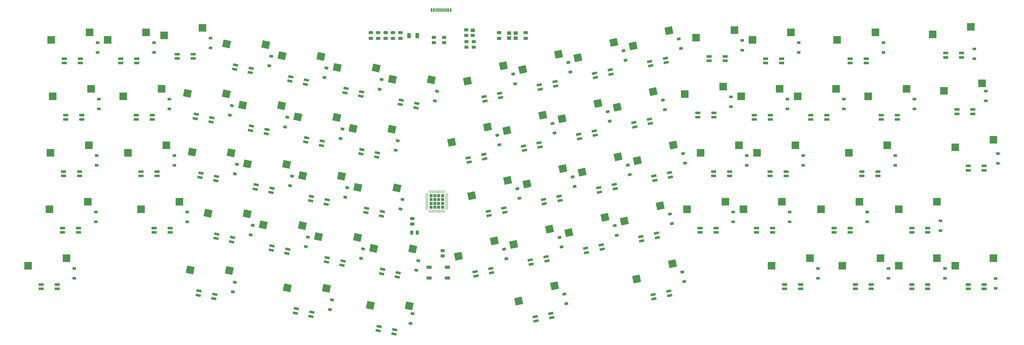
<source format=gbp>
G04 #@! TF.GenerationSoftware,KiCad,Pcbnew,(6.0.1)*
G04 #@! TF.CreationDate,2022-05-09T18:46:19+09:00*
G04 #@! TF.ProjectId,Skeleton68,536b656c-6574-46f6-9e36-382e6b696361,rev?*
G04 #@! TF.SameCoordinates,Original*
G04 #@! TF.FileFunction,Paste,Bot*
G04 #@! TF.FilePolarity,Positive*
%FSLAX46Y46*%
G04 Gerber Fmt 4.6, Leading zero omitted, Abs format (unit mm)*
G04 Created by KiCad (PCBNEW (6.0.1)) date 2022-05-09 18:46:19*
%MOMM*%
%LPD*%
G01*
G04 APERTURE LIST*
G04 Aperture macros list*
%AMRoundRect*
0 Rectangle with rounded corners*
0 $1 Rounding radius*
0 $2 $3 $4 $5 $6 $7 $8 $9 X,Y pos of 4 corners*
0 Add a 4 corners polygon primitive as box body*
4,1,4,$2,$3,$4,$5,$6,$7,$8,$9,$2,$3,0*
0 Add four circle primitives for the rounded corners*
1,1,$1+$1,$2,$3*
1,1,$1+$1,$4,$5*
1,1,$1+$1,$6,$7*
1,1,$1+$1,$8,$9*
0 Add four rect primitives between the rounded corners*
20,1,$1+$1,$2,$3,$4,$5,0*
20,1,$1+$1,$4,$5,$6,$7,0*
20,1,$1+$1,$6,$7,$8,$9,0*
20,1,$1+$1,$8,$9,$2,$3,0*%
%AMRotRect*
0 Rectangle, with rotation*
0 The origin of the aperture is its center*
0 $1 length*
0 $2 width*
0 $3 Rotation angle, in degrees counterclockwise*
0 Add horizontal line*
21,1,$1,$2,0,0,$3*%
G04 Aperture macros list end*
%ADD10R,2.550000X2.500000*%
%ADD11RotRect,2.550000X2.500000X192.000000*%
%ADD12RotRect,2.550000X2.500000X168.000000*%
%ADD13RotRect,0.900000X1.200000X102.000000*%
%ADD14R,1.700000X0.820000*%
%ADD15R,1.200000X0.900000*%
%ADD16RotRect,1.700000X0.820000X168.000000*%
%ADD17RoundRect,0.250000X-0.275000X-0.275000X0.275000X-0.275000X0.275000X0.275000X-0.275000X0.275000X0*%
%ADD18RoundRect,0.062500X-0.475000X-0.062500X0.475000X-0.062500X0.475000X0.062500X-0.475000X0.062500X0*%
%ADD19RoundRect,0.062500X-0.062500X-0.475000X0.062500X-0.475000X0.062500X0.475000X-0.062500X0.475000X0*%
%ADD20RotRect,0.900000X1.200000X78.000000*%
%ADD21RoundRect,0.250000X-0.475000X0.250000X-0.475000X-0.250000X0.475000X-0.250000X0.475000X0.250000X0*%
%ADD22RoundRect,0.250000X0.450000X-0.262500X0.450000X0.262500X-0.450000X0.262500X-0.450000X-0.262500X0*%
%ADD23RoundRect,0.250000X-0.450000X0.262500X-0.450000X-0.262500X0.450000X-0.262500X0.450000X0.262500X0*%
%ADD24RotRect,1.700000X0.820000X192.000000*%
%ADD25RotRect,1.700000X0.820000X12.000000*%
%ADD26RotRect,1.700000X0.820000X348.000000*%
%ADD27R,1.400000X1.200000*%
%ADD28RoundRect,0.250000X0.375000X0.625000X-0.375000X0.625000X-0.375000X-0.625000X0.375000X-0.625000X0*%
%ADD29R,1.400000X1.000000*%
%ADD30RoundRect,0.250000X0.262500X0.450000X-0.262500X0.450000X-0.262500X-0.450000X0.262500X-0.450000X0*%
%ADD31R,1.800000X1.100000*%
%ADD32R,0.600000X1.160000*%
%ADD33R,0.300000X1.160000*%
%ADD34RoundRect,0.250000X0.475000X-0.250000X0.475000X0.250000X-0.475000X0.250000X-0.475000X-0.250000X0*%
G04 APERTURE END LIST*
D10*
X331433500Y-92710000D03*
X344360500Y-90170000D03*
X312383500Y-92710000D03*
X325310500Y-90170000D03*
X293333500Y-92710000D03*
X306260500Y-90170000D03*
X269521500Y-92710000D03*
X282448500Y-90170000D03*
D11*
X223897929Y-97145159D03*
X236014347Y-91972990D03*
X184102929Y-104630059D03*
X196219347Y-99457890D03*
D12*
X134063720Y-106060651D03*
X147236330Y-106263830D03*
X106113120Y-100119551D03*
X119285730Y-100322730D03*
X73306620Y-94120051D03*
X86479230Y-94323230D03*
D10*
X18633000Y-92710000D03*
X31560000Y-90170000D03*
X312383500Y-73660000D03*
X325310500Y-71120000D03*
X259996000Y-73660000D03*
X272923000Y-71120000D03*
X240946000Y-73660000D03*
X253873000Y-71120000D03*
D11*
X219738629Y-77579859D03*
X231855047Y-72407690D03*
X201104929Y-81540659D03*
X213221347Y-76368490D03*
X182471229Y-85501359D03*
X194587647Y-80329190D03*
X163837529Y-89462059D03*
X175953947Y-84289890D03*
D12*
X135229420Y-86832751D03*
X148402030Y-87035930D03*
X116595720Y-82872051D03*
X129768330Y-83075230D03*
X97961920Y-78911351D03*
X111134530Y-79114530D03*
X79328220Y-74950651D03*
X92500830Y-75153830D03*
D10*
X56732500Y-73660000D03*
X69659500Y-71120000D03*
X331433500Y-52705000D03*
X344360500Y-50165000D03*
X264568000Y-54610000D03*
X277495000Y-52070000D03*
X245518000Y-54610000D03*
X258445000Y-52070000D03*
D11*
X224163129Y-57163859D03*
X236279547Y-51991690D03*
X205529429Y-61124559D03*
X217645847Y-55952390D03*
X186895629Y-65085259D03*
X199012047Y-59913090D03*
X168261929Y-69046059D03*
X180378347Y-63873890D03*
D12*
X129873220Y-66218751D03*
X143045830Y-66421930D03*
X111217920Y-62242451D03*
X124390530Y-62445630D03*
X92605820Y-58297251D03*
X105778430Y-58500430D03*
X73972120Y-54336551D03*
X87144730Y-54539730D03*
D10*
X52351000Y-54610000D03*
X65278000Y-52070000D03*
X327623500Y-33655000D03*
X340550500Y-31115000D03*
X302097000Y-35560000D03*
X315024000Y-33020000D03*
X278284000Y-35560000D03*
X291211000Y-33020000D03*
X259234000Y-35560000D03*
X272161000Y-33020000D03*
X240184000Y-34798000D03*
X253111000Y-32258000D03*
D11*
X217407329Y-39124259D03*
X229523747Y-33952090D03*
X198773629Y-43084959D03*
X210890047Y-37912790D03*
X180139929Y-47045659D03*
X192256347Y-41873490D03*
X161506229Y-51006459D03*
X173622647Y-45834290D03*
D12*
X128243820Y-46396751D03*
X141416430Y-46599930D03*
X109610120Y-42436051D03*
X122782730Y-42639230D03*
X90976420Y-38475351D03*
X104149030Y-38678530D03*
X72342720Y-34514651D03*
X85515330Y-34717830D03*
D10*
X50731800Y-35560000D03*
X63658800Y-33020000D03*
X26919800Y-35560000D03*
X39846800Y-33020000D03*
X336740500Y-12065000D03*
X323813500Y-14605000D03*
X263044000Y-16510000D03*
X275971000Y-13970000D03*
X243994000Y-15748000D03*
X256921000Y-13208000D03*
D11*
X222763429Y-18510159D03*
X234879847Y-13337990D03*
X204129729Y-22470859D03*
X216246147Y-17298690D03*
X185496029Y-26431659D03*
X197612447Y-21259490D03*
X166862329Y-30392359D03*
X178978747Y-25220190D03*
D12*
X141521420Y-29743451D03*
X154694030Y-29946630D03*
X122887720Y-25782751D03*
X136060330Y-25985930D03*
X104254020Y-21822051D03*
X117426630Y-22025230D03*
X98792930Y-18064430D03*
X85620320Y-17861251D03*
D10*
X64543000Y-14986000D03*
X77470000Y-12446000D03*
X45493000Y-16510000D03*
X58420000Y-13970000D03*
X26443000Y-16510000D03*
X39370000Y-13970000D03*
X286190000Y-73660000D03*
X299117000Y-71120000D03*
X25850600Y-73660000D03*
X38777600Y-71120000D03*
X295598600Y-54610000D03*
X308525600Y-52070000D03*
X26157500Y-54610000D03*
X39084500Y-52070000D03*
X291619000Y-16510000D03*
X304546000Y-13970000D03*
D13*
X184377554Y-69904144D03*
X183691446Y-66676256D03*
D14*
X264381000Y-79950000D03*
X264381000Y-81450000D03*
X269781000Y-81450000D03*
X269781000Y-79950000D03*
D15*
X42028000Y-20700000D03*
X42028000Y-17400000D03*
D14*
X62136000Y-62400000D03*
X62136000Y-60900000D03*
X56736000Y-60900000D03*
X56736000Y-62400000D03*
D15*
X345080000Y-100270000D03*
X345080000Y-96970000D03*
D14*
X282669000Y-41850000D03*
X282669000Y-43350000D03*
X288069000Y-43350000D03*
X288069000Y-41850000D03*
D13*
X203011254Y-65943444D03*
X202325146Y-62715556D03*
X233522854Y-39982344D03*
X232836746Y-36754456D03*
D16*
X119577135Y-89936328D03*
X119265268Y-91403549D03*
X124547265Y-92526272D03*
X124859132Y-91059051D03*
D17*
X154550000Y-72950000D03*
X155850000Y-71650000D03*
X154550000Y-69050000D03*
X158450000Y-72950000D03*
X158450000Y-70350000D03*
X158450000Y-69050000D03*
X157150000Y-69050000D03*
X155850000Y-70350000D03*
X154550000Y-71650000D03*
X155850000Y-72950000D03*
X157150000Y-72950000D03*
X155850000Y-69050000D03*
X157150000Y-71650000D03*
X157150000Y-70350000D03*
X158450000Y-71650000D03*
X154550000Y-70350000D03*
D18*
X153162500Y-73500000D03*
X153162500Y-73000000D03*
X153162500Y-72500000D03*
X153162500Y-72000000D03*
X153162500Y-71500000D03*
X153162500Y-71000000D03*
X153162500Y-70500000D03*
X153162500Y-70000000D03*
X153162500Y-69500000D03*
X153162500Y-69000000D03*
X153162500Y-68500000D03*
D19*
X154000000Y-67662500D03*
X154500000Y-67662500D03*
X155000000Y-67662500D03*
X155500000Y-67662500D03*
X156000000Y-67662500D03*
X156500000Y-67662500D03*
X157000000Y-67662500D03*
X157500000Y-67662500D03*
X158000000Y-67662500D03*
X158500000Y-67662500D03*
X159000000Y-67662500D03*
D18*
X159837500Y-68500000D03*
X159837500Y-69000000D03*
X159837500Y-69500000D03*
X159837500Y-70000000D03*
X159837500Y-70500000D03*
X159837500Y-71000000D03*
X159837500Y-71500000D03*
X159837500Y-72000000D03*
X159837500Y-72500000D03*
X159837500Y-73000000D03*
X159837500Y-73500000D03*
D19*
X159000000Y-74337500D03*
X158500000Y-74337500D03*
X158000000Y-74337500D03*
X157500000Y-74337500D03*
X157000000Y-74337500D03*
X156500000Y-74337500D03*
X156000000Y-74337500D03*
X155500000Y-74337500D03*
X155000000Y-74337500D03*
X154500000Y-74337500D03*
X154000000Y-74337500D03*
D20*
X99993546Y-25200044D03*
X100679654Y-21972156D03*
D14*
X290575000Y-79950000D03*
X290575000Y-81450000D03*
X295975000Y-81450000D03*
X295975000Y-79950000D03*
D13*
X201611654Y-27289744D03*
X200925546Y-24061856D03*
D16*
X112591535Y-49500328D03*
X112279668Y-50967549D03*
X117561665Y-52090272D03*
X117873532Y-50623051D03*
D20*
X137260946Y-33121444D03*
X137947054Y-29893556D03*
D16*
X100943335Y-85975628D03*
X100631468Y-87442849D03*
X105913465Y-88565572D03*
X106225332Y-87098351D03*
D15*
X307204000Y-20700000D03*
X307204000Y-17400000D03*
D21*
X177500000Y-14050000D03*
X177500000Y-15950000D03*
D22*
X158500000Y-89412500D03*
X158500000Y-87587500D03*
D15*
X67936000Y-58800000D03*
X67936000Y-55500000D03*
D23*
X155500000Y-15587500D03*
X155500000Y-17412500D03*
D20*
X87679846Y-101458844D03*
X88365954Y-98230956D03*
X88345346Y-61675344D03*
X89031454Y-58447456D03*
D24*
X167103168Y-56247251D03*
X167415035Y-57714472D03*
X172697032Y-56591749D03*
X172385165Y-55124528D03*
X188068168Y-90742151D03*
X188380035Y-92209372D03*
X193662032Y-91086649D03*
X193350165Y-89619428D03*
D14*
X341218500Y-60495000D03*
X341218500Y-58995000D03*
X335818500Y-58995000D03*
X335818500Y-60495000D03*
X30235600Y-79950000D03*
X30235600Y-81450000D03*
X35635600Y-81450000D03*
X35635600Y-79950000D03*
X35942500Y-62400000D03*
X35942500Y-60900000D03*
X30542500Y-60900000D03*
X30542500Y-62400000D03*
D25*
X215320532Y-28056249D03*
X215008665Y-26589028D03*
X209726668Y-27711751D03*
X210038535Y-29178972D03*
D15*
X345870000Y-58150000D03*
X345870000Y-54850000D03*
D14*
X305383600Y-62400000D03*
X305383600Y-60900000D03*
X299983600Y-60900000D03*
X299983600Y-62400000D03*
X61117500Y-79950000D03*
X61117500Y-81450000D03*
X66517500Y-81450000D03*
X66517500Y-79950000D03*
D13*
X235854254Y-78438044D03*
X235168146Y-75210156D03*
X177621754Y-51864544D03*
X176935646Y-48636656D03*
D14*
X28418000Y-100500000D03*
X28418000Y-99000000D03*
X23018000Y-99000000D03*
X23018000Y-100500000D03*
D13*
X198586754Y-86359444D03*
X197900646Y-83131556D03*
D14*
X333598500Y-22395000D03*
X333598500Y-20895000D03*
X328198500Y-20895000D03*
X328198500Y-22395000D03*
D15*
X275581000Y-77850000D03*
X275581000Y-74550000D03*
X280153000Y-58800000D03*
X280153000Y-55500000D03*
X327968500Y-96900000D03*
X327968500Y-93600000D03*
D26*
X119191065Y-71912172D03*
X119502932Y-70444951D03*
X114220935Y-69322228D03*
X113909068Y-70789449D03*
D25*
X235353932Y-62749249D03*
X235042065Y-61282028D03*
X229760068Y-62404751D03*
X230071935Y-63871972D03*
X216720232Y-66709949D03*
X216408365Y-65242728D03*
X211126368Y-66365451D03*
X211438235Y-67832672D03*
D20*
X106979146Y-65636044D03*
X107665254Y-62408156D03*
X155894746Y-37082144D03*
X156580854Y-33854256D03*
D15*
X41435600Y-77850000D03*
X41435600Y-74550000D03*
D26*
X81258165Y-103774272D03*
X81570032Y-102307051D03*
X76288035Y-101184328D03*
X75976168Y-102651549D03*
D15*
X80128000Y-19176000D03*
X80128000Y-15876000D03*
D27*
X183100000Y-15850000D03*
X180900000Y-15850000D03*
X180900000Y-14150000D03*
X183100000Y-14150000D03*
D20*
X93701546Y-82289344D03*
X94387654Y-79061456D03*
D14*
X341218500Y-100500000D03*
X341218500Y-99000000D03*
X335818500Y-99000000D03*
X335818500Y-100500000D03*
D28*
X149900000Y-15000000D03*
X147100000Y-15000000D03*
D24*
X169434468Y-94702951D03*
X169746335Y-96170172D03*
X175028332Y-95047449D03*
X174716465Y-93580228D03*
D14*
X279306500Y-100500000D03*
X279306500Y-99000000D03*
X273906500Y-99000000D03*
X273906500Y-100500000D03*
D27*
X168600000Y-13230000D03*
D29*
X168600000Y-14950000D03*
X166400000Y-14950000D03*
X166400000Y-13050000D03*
D14*
X272829000Y-24300000D03*
X272829000Y-22800000D03*
X267429000Y-22800000D03*
X267429000Y-24300000D03*
D24*
X206701868Y-86781451D03*
X207013735Y-88248672D03*
X212295732Y-87125949D03*
X211983865Y-85658728D03*
D25*
X196686832Y-32016949D03*
X196374965Y-30549728D03*
X191092968Y-31672451D03*
X191404835Y-33139672D03*
D14*
X301404000Y-24300000D03*
X301404000Y-22800000D03*
X296004000Y-22800000D03*
X296004000Y-24300000D03*
D24*
X225335568Y-82820751D03*
X225647435Y-84287972D03*
X230929432Y-83165249D03*
X230617565Y-81698028D03*
D30*
X149912500Y-81500000D03*
X148087500Y-81500000D03*
D15*
X274819000Y-39750000D03*
X274819000Y-36450000D03*
D26*
X112205565Y-31476172D03*
X112517432Y-30008951D03*
X107235435Y-28886228D03*
X106923568Y-30353449D03*
D21*
X134250000Y-14050000D03*
X134250000Y-15950000D03*
D15*
X337910000Y-22820000D03*
X337910000Y-19520000D03*
D31*
X153900000Y-93150000D03*
X160100000Y-93150000D03*
X153900000Y-96850000D03*
X160100000Y-96850000D03*
D21*
X148200000Y-76750000D03*
X148200000Y-78650000D03*
D15*
X326480000Y-80820000D03*
X326480000Y-77520000D03*
D14*
X306482000Y-41850000D03*
X306482000Y-43350000D03*
X311882000Y-43350000D03*
X311882000Y-41850000D03*
D25*
X195293732Y-110215449D03*
X194981865Y-108748228D03*
X189699868Y-109870951D03*
X190011735Y-111338172D03*
D14*
X263619000Y-41850000D03*
X263619000Y-43350000D03*
X269019000Y-43350000D03*
X269019000Y-41850000D03*
D20*
X105349746Y-45814144D03*
X106035854Y-42586256D03*
D13*
X196255454Y-47903844D03*
X195569346Y-44675956D03*
D26*
X137824765Y-75872872D03*
X138136632Y-74405651D03*
X132854635Y-73282928D03*
X132542768Y-74750149D03*
D15*
X341790000Y-37010000D03*
X341790000Y-33710000D03*
X311183600Y-58800000D03*
X311183600Y-55500000D03*
D26*
X100557365Y-67951472D03*
X100869232Y-66484251D03*
X95587235Y-65361528D03*
X95275368Y-66828749D03*
D14*
X322168500Y-100500000D03*
X322168500Y-99000000D03*
X316768500Y-99000000D03*
X316768500Y-100500000D03*
D23*
X159000000Y-15587500D03*
X159000000Y-17412500D03*
D13*
X238879054Y-19368344D03*
X238192946Y-16140456D03*
X182977854Y-31250444D03*
X182291746Y-28022556D03*
D15*
X261103000Y-58800000D03*
X261103000Y-55500000D03*
D23*
X169000000Y-17087500D03*
X169000000Y-18912500D03*
D20*
X149602646Y-94171544D03*
X150288754Y-90943656D03*
D14*
X244569000Y-41088000D03*
X244569000Y-42588000D03*
X249969000Y-42588000D03*
X249969000Y-41088000D03*
X55278000Y-24300000D03*
X55278000Y-22800000D03*
X49878000Y-22800000D03*
X49878000Y-24300000D03*
D20*
X118627246Y-29160744D03*
X119313354Y-25932856D03*
D15*
X61078000Y-20700000D03*
X61078000Y-17400000D03*
X308918500Y-96900000D03*
X308918500Y-93600000D03*
D25*
X233954232Y-24095549D03*
X233642365Y-22628328D03*
X228360368Y-23751051D03*
X228672235Y-25218272D03*
D14*
X274353000Y-62400000D03*
X274353000Y-60900000D03*
X268953000Y-60900000D03*
X268953000Y-62400000D03*
X74328000Y-22776000D03*
X74328000Y-21276000D03*
X68928000Y-21276000D03*
X68928000Y-22776000D03*
D24*
X204370568Y-48325851D03*
X204682435Y-49793072D03*
X209964432Y-48670349D03*
X209652565Y-47203128D03*
D25*
X235088732Y-102730549D03*
X234776865Y-101263328D03*
X229494868Y-102386051D03*
X229806735Y-103853272D03*
D16*
X138210835Y-93897028D03*
X137898968Y-95364249D03*
X143180965Y-96486972D03*
X143492832Y-95019751D03*
D24*
X185736868Y-52286551D03*
X186048735Y-53753772D03*
X191330732Y-52631049D03*
X191018865Y-51163828D03*
D13*
X200218554Y-105488244D03*
X199532446Y-102260356D03*
D32*
X154760000Y-6385000D03*
X155560000Y-6385000D03*
D33*
X156710000Y-6385000D03*
X157710000Y-6385000D03*
X158210000Y-6385000D03*
X159210000Y-6385000D03*
D32*
X160360000Y-6385000D03*
X161160000Y-6385000D03*
X161160000Y-6385000D03*
X160360000Y-6385000D03*
D33*
X159710000Y-6385000D03*
X158710000Y-6385000D03*
X157210000Y-6385000D03*
X156210000Y-6385000D03*
D32*
X155560000Y-6385000D03*
X154760000Y-6385000D03*
D14*
X332008500Y-39945000D03*
X332008500Y-41445000D03*
X337408500Y-41445000D03*
X337408500Y-39945000D03*
D15*
X255769000Y-38988000D03*
X255769000Y-35688000D03*
D20*
X112335246Y-86250144D03*
X113021354Y-83022256D03*
D15*
X293869000Y-39750000D03*
X293869000Y-36450000D03*
D14*
X253779000Y-23538000D03*
X253779000Y-22038000D03*
X248379000Y-22038000D03*
X248379000Y-23538000D03*
X245331000Y-79950000D03*
X245331000Y-81450000D03*
X250731000Y-81450000D03*
X250731000Y-79950000D03*
D15*
X42504800Y-39750000D03*
X42504800Y-36450000D03*
D20*
X147656946Y-112113944D03*
X148343054Y-108886056D03*
D15*
X256531000Y-77850000D03*
X256531000Y-74550000D03*
D20*
X86716046Y-41853344D03*
X87402154Y-38625456D03*
D15*
X41742500Y-58800000D03*
X41742500Y-55500000D03*
D14*
X31304800Y-41850000D03*
X31304800Y-43350000D03*
X36704800Y-43350000D03*
X36704800Y-41850000D03*
D25*
X179452732Y-74631349D03*
X179140865Y-73164128D03*
X173858868Y-74286851D03*
X174170735Y-75754072D03*
D13*
X240278654Y-58022044D03*
X239592546Y-54794156D03*
D34*
X186500000Y-15950000D03*
X186500000Y-14050000D03*
D15*
X301775000Y-77850000D03*
X301775000Y-74550000D03*
D14*
X36228000Y-24300000D03*
X36228000Y-22800000D03*
X30828000Y-22800000D03*
X30828000Y-24300000D03*
D13*
X220245354Y-23329044D03*
X219559246Y-20101156D03*
X240013454Y-98003344D03*
X239327346Y-94775456D03*
D21*
X144250000Y-14050000D03*
X144250000Y-15950000D03*
D20*
X130968946Y-90210844D03*
X131655054Y-86982956D03*
D26*
X81923665Y-63990772D03*
X82235532Y-62523551D03*
X76953535Y-61400828D03*
X76641668Y-62868049D03*
D24*
X223004268Y-44365151D03*
X223316135Y-45832372D03*
X228598132Y-44709649D03*
X228286265Y-43242428D03*
D14*
X316768500Y-79950000D03*
X316768500Y-81450000D03*
X322168500Y-81450000D03*
X322168500Y-79950000D03*
D15*
X34218000Y-96900000D03*
X34218000Y-93600000D03*
D14*
X303118500Y-100500000D03*
X303118500Y-99000000D03*
X297718500Y-99000000D03*
X297718500Y-100500000D03*
D26*
X114064665Y-109773672D03*
X114376532Y-108306451D03*
X109094535Y-107183728D03*
X108782668Y-108650949D03*
X142015265Y-115714772D03*
X142327132Y-114247551D03*
X137045135Y-113124828D03*
X136733268Y-114592049D03*
D25*
X178053132Y-35977649D03*
X177741265Y-34510428D03*
X172459268Y-35633151D03*
X172771135Y-37100372D03*
D15*
X285106500Y-96900000D03*
X285106500Y-93600000D03*
X317682000Y-39750000D03*
X317682000Y-36450000D03*
D16*
X131225235Y-53461028D03*
X130913368Y-54928249D03*
X136195365Y-56050972D03*
X136507232Y-54583751D03*
D15*
X278629000Y-20700000D03*
X278629000Y-17400000D03*
D21*
X141750000Y-14050000D03*
X141750000Y-15950000D03*
D15*
X259579000Y-19938000D03*
X259579000Y-16638000D03*
D23*
X166500000Y-17087500D03*
X166500000Y-18912500D03*
D14*
X255303000Y-62400000D03*
X255303000Y-60900000D03*
X249903000Y-60900000D03*
X249903000Y-62400000D03*
X55116800Y-41850000D03*
X55116800Y-43350000D03*
X60516800Y-43350000D03*
X60516800Y-41850000D03*
D20*
X142617146Y-53735544D03*
X143303254Y-50507656D03*
D25*
X198086432Y-70670649D03*
X197774565Y-69203428D03*
X192492568Y-70326151D03*
X192804435Y-71793372D03*
D13*
X217220554Y-82398744D03*
X216534446Y-79170856D03*
D16*
X75324135Y-41578928D03*
X75012268Y-43046149D03*
X80294265Y-44168872D03*
X80606132Y-42701651D03*
D20*
X123983446Y-49774844D03*
X124669554Y-46546956D03*
D26*
X93571865Y-27515472D03*
X93883732Y-26048251D03*
X88601735Y-24925528D03*
X88289868Y-26392749D03*
D20*
X125612846Y-69596744D03*
X126298954Y-66368856D03*
D21*
X136750000Y-14050000D03*
X136750000Y-15950000D03*
D26*
X149472965Y-39397672D03*
X149784832Y-37930451D03*
X144502835Y-36807728D03*
X144190968Y-38274949D03*
D15*
X72317500Y-77850000D03*
X72317500Y-74550000D03*
X66316800Y-39750000D03*
X66316800Y-36450000D03*
D21*
X139250000Y-14050000D03*
X139250000Y-15950000D03*
D20*
X120486446Y-107458244D03*
X121172554Y-104230356D03*
D13*
X221644954Y-61982744D03*
X220958846Y-58754856D03*
D26*
X130839265Y-35436872D03*
X131151132Y-33969651D03*
X125869135Y-32846928D03*
X125557268Y-34314149D03*
D16*
X82309635Y-82014928D03*
X81997768Y-83482149D03*
X87279765Y-84604872D03*
X87591632Y-83137651D03*
D13*
X179953054Y-90320144D03*
X179266946Y-87092256D03*
D20*
X144246546Y-73557444D03*
X144932654Y-70329556D03*
D16*
X93957835Y-45539628D03*
X93645968Y-47006849D03*
X98927965Y-48129572D03*
X99239832Y-46662351D03*
D13*
X214889154Y-43943144D03*
X214203046Y-40715256D03*
M02*

</source>
